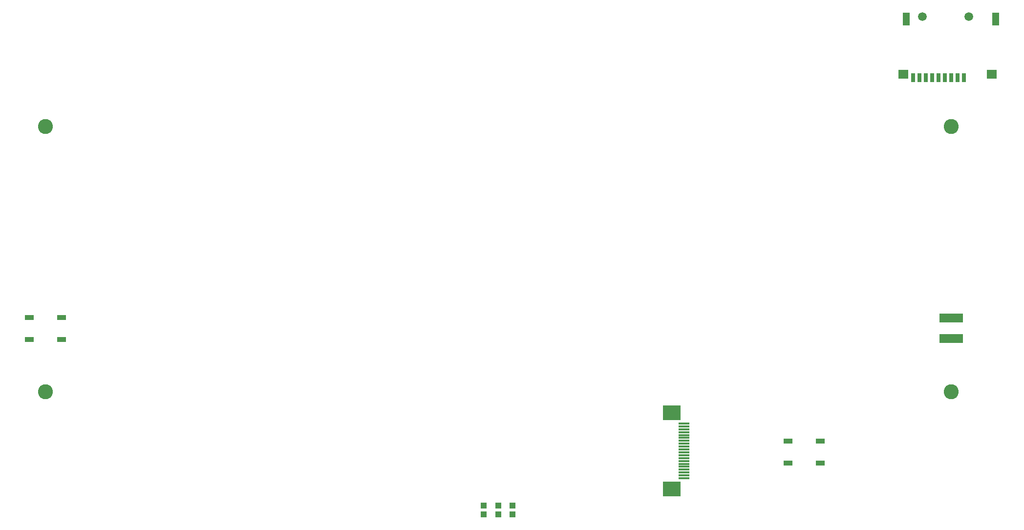
<source format=gbr>
G04 EAGLE Gerber RS-274X export*
G75*
%MOMM*%
%FSLAX34Y34*%
%LPD*%
%INSoldermask Bottom*%
%IPPOS*%
%AMOC8*
5,1,8,0,0,1.08239X$1,22.5*%
G01*
%ADD10C,2.601600*%
%ADD11R,0.701600X1.501600*%
%ADD12R,1.701600X1.501600*%
%ADD13R,1.301600X2.301600*%
%ADD14C,1.509600*%
%ADD15R,1.051600X1.051600*%
%ADD16R,4.101600X1.601600*%
%ADD17R,1.625600X0.863600*%
%ADD18R,1.901600X0.376600*%
%ADD19R,3.101600X2.601600*%


D10*
X785000Y230000D03*
X-785000Y230000D03*
X785000Y-230000D03*
X-785000Y-230000D03*
D11*
X807500Y314000D03*
X796500Y314000D03*
X785500Y314000D03*
X774500Y314000D03*
X763500Y314000D03*
X752500Y314000D03*
X741500Y314000D03*
X730500Y314000D03*
X719500Y314000D03*
D12*
X702500Y320000D03*
D13*
X707500Y416000D03*
X862500Y416000D03*
D12*
X855000Y320000D03*
D14*
X815500Y420000D03*
X735500Y420000D03*
D15*
X25000Y-427500D03*
X25000Y-442500D03*
X-25000Y-427500D03*
X-25000Y-442500D03*
X0Y-427500D03*
X0Y-442500D03*
D16*
X785000Y-138000D03*
X785000Y-102000D03*
D17*
X557940Y-315950D03*
X502060Y-315950D03*
X557940Y-354050D03*
X502060Y-354050D03*
D18*
X322200Y-380000D03*
X322200Y-375000D03*
X322200Y-370000D03*
X322200Y-365000D03*
X322200Y-360000D03*
X322200Y-355000D03*
X322200Y-350000D03*
X322200Y-345000D03*
X322200Y-340000D03*
X322200Y-335000D03*
X322200Y-330000D03*
X322200Y-325000D03*
X322200Y-320000D03*
X322200Y-315000D03*
X322200Y-310000D03*
X322200Y-305000D03*
X322200Y-300000D03*
X322200Y-295000D03*
X322200Y-290000D03*
X322200Y-285000D03*
D19*
X300600Y-398300D03*
X300600Y-266700D03*
D17*
X-757060Y-100950D03*
X-812940Y-100950D03*
X-757060Y-139050D03*
X-812940Y-139050D03*
M02*

</source>
